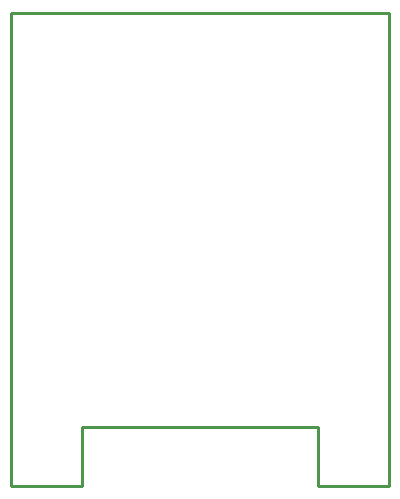
<source format=gko>
G04*
G04 #@! TF.GenerationSoftware,Altium Limited,Altium Designer,22.1.2 (22)*
G04*
G04 Layer_Color=16711935*
%FSLAX25Y25*%
%MOIN*%
G70*
G04*
G04 #@! TF.SameCoordinates,295266D8-D9C4-4D40-B0F9-79C310AB5363*
G04*
G04*
G04 #@! TF.FilePolarity,Positive*
G04*
G01*
G75*
%ADD11C,0.01000*%
D11*
X23622D02*
Y19685D01*
X102362D01*
Y0D02*
Y19685D01*
Y0D02*
X125984D01*
X0D02*
X23622D01*
X0D02*
Y157480D01*
X125984D01*
Y0D02*
Y157480D01*
M02*

</source>
